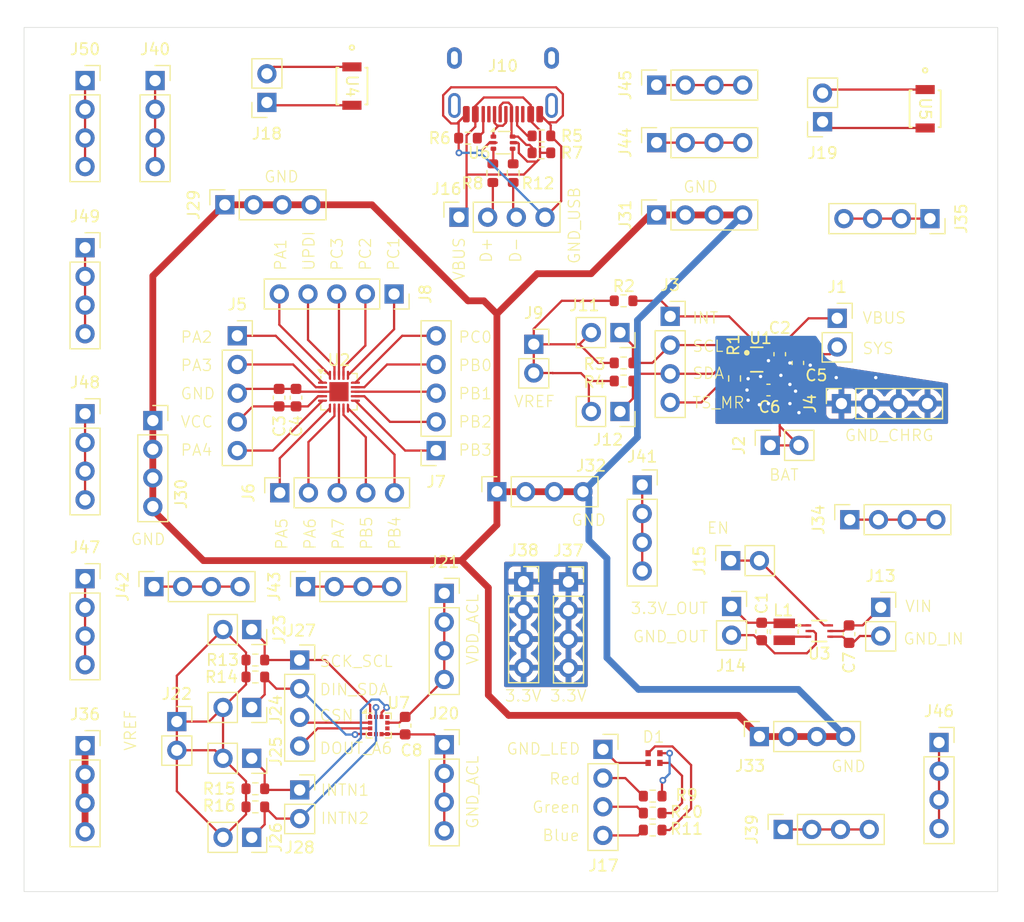
<source format=kicad_pcb>
(kicad_pcb (version 20240108) (generator "pcbnew") (generator_version "8.0")
  (layers (0 "F.Cu" signal) (31 "B.Cu" signal) (34 "B.Paste" user) (35 "F.Paste" user) (36 "B.SilkS" user "B.Silkscreen") (37 "F.SilkS" user "F.Silkscreen") (38 "B.Mask" user) (39 "F.Mask" user) (44 "Edge.Cuts" user))
  (net 0 "")
  (net 1 "VOUT_3V3")
  (net 2 "GND_3V3")
  (net 3 "VCC_MCU")
  (net 4 "GND_MCU")
  (net 5 "VIN_3V3")
  (net 6 "GND_3V3_POWER")
  (net 7 "GND_ACL")
  (net 8 "VDD_ACL")
  (net 9 "GND_CASE_LED")
  (net 10 "Net-(D1-BA)")
  (net 11 "Net-(D1-GA)")
  (net 12 "Net-(D1-RA)")
  (net 13 "PA3")
  (net 14 "PA2")
  (net 15 "PA4")
  (net 16 "PB4")
  (net 17 "PB5")
  (net 18 "PA6")
  (net 19 "PA7")
  (net 20 "PA5")
  (net 21 "PB1")
  (net 22 "PB3")
  (net 23 "PB0")
  (net 24 "PB2")
  (net 25 "PC0")
  (net 26 "PC2")
  (net 27 "PA1")
  (net 28 "PC1")
  (net 29 "PC3")
  (net 30 "UPDI")
  (net 31 "DBUS+")
  (net 32 "DBUS-")
  (net 33 "GND_USB")
  (net 34 "VBUS_USB")
  (net 35 "EN_3V3")
  (net 36 "D+")
  (net 37 "D-")
  (net 38 "SCK_SCL_ACL")
  (net 39 "VREF_ACL")
  (net 40 "DIN_SDA_ACL")
  (net 41 "INTN1_ACL")
  (net 42 "INTN2_ACL")
  (net 43 "CSN")
  (net 44 "DOUT_A6")
  (net 45 "CaseGreen")
  (net 46 "CaseRed")
  (net 47 "CaseBlue")
  (net 48 "Button1B")
  (net 49 "Button1A")
  (net 50 "Button2B")
  (net 51 "GND_LANE")
  (net 52 "3.3V_LANE")
  (net 53 "Button2A")
  (net 54 "Net-(J42-Pin_1)")
  (net 55 "Net-(J46-Pin_1)")
  (net 56 "Net-(J47-Pin_1)")
  (net 57 "Net-(J48-Pin_1)")
  (net 58 "Net-(J49-Pin_1)")
  (net 59 "Net-(J43-Pin_1)")
  (net 62 "Net-(J10-CC2)")
  (net 65 "Net-(J10-CC1)")
  (net 68 "Net-(J34-Pin_1)")
  (net 69 "Net-(J35-Pin_1)")
  (net 70 "Net-(J39-Pin_1)")
  (net 71 "Net-(J40-Pin_1)")
  (net 72 "Net-(J41-Pin_1)")
  (net 73 "Net-(J44-Pin_1)")
  (net 74 "Net-(J45-Pin_1)")
  (net 75 "Net-(U3-SW)")
  (net 76 "Net-(R8-Pad2)")
  (net 80 "Net-(J36-Pin_1)")
  (net 81 "Net-(J50-Pin_1)")
  (net 82 "SYS_CHRG")
  (net 83 "VBUS_CHRG")
  (net 84 "BAT_CHRG")
  (net 85 "GND_CHRG")
  (net 86 "SCL_CHRG")
  (net 87 "INT_CHRG")
  (net 88 "SDA_CHRG")
  (net 89 "TS_MR_CHRG")
  (net 90 "VREF_CHRG")
  (net 91 "Net-(R12-Pad2)")
  (footprint "MicroLightDevBoard:SNT-6A-A-PKG_PG006-A-P-SD-2.1_ABL" (layer "F.Cu") (at 181.7 90.234801)
    (property "Reference" "U3")
    (property "Value" "S-85S1AB33-I6T1U")
  )
  (footprint "Connector_PinSocket_2.54mm:PinSocket_1x04_P2.54mm_Vertical" (layer "F.Cu") (at 176.4 99.575 90)
    (property "Reference" "J33")
    (property "Value" "Conn_01x04_Socket")
  )
  (footprint "Connector_PinSocket_2.54mm:PinSocket_1x04_P2.54mm_Vertical" (layer "F.Cu") (at 184.4 80.375 90)
    (property "Reference" "J34")
    (property "Value" "Conn_01x04_Socket")
  )
  (footprint "Connector_PinSocket_2.54mm:PinSocket_1x02_P2.54mm_Vertical" (layer "F.Cu") (at 131.455 108.5 -90)
    (property "Reference" "J26")
    (property "Value" "Conn_01x02_Socket")
  )
  (footprint "Resistor_SMD:R_0603_1608Metric" (layer "F.Cu") (at 150.6 46.6 180)
    (property "Reference" "R6")
    (property "Value" "5.1k")
  )
  (footprint "Package_TO_SOT_SMD:SOT-666" (layer "F.Cu") (at 153.7 47)
    (property "Reference" "U6")
    (property "Value" "USBLC6-2P6")
  )
  (footprint "Connector_PinSocket_2.54mm:PinSocket_1x02_P2.54mm_Vertical" (layer "F.Cu") (at 177.36 73.8 90)
    (property "Reference" "J2")
    (property "Value" "Conn_01x02_Socket")
  )
  (footprint "Connector_PinSocket_2.54mm:PinSocket_1x04_P2.54mm_Vertical" (layer "F.Cu") (at 122.8 86.3 90)
    (property "Reference" "J42")
    (property "Value" "Conn_01x04_Socket")
  )
  (footprint "Connector_PinSocket_2.54mm:PinSocket_1x04_P2.54mm_Vertical" (layer "F.Cu") (at 149.8 53.6 90)
    (property "Reference" "J16")
    (property "Value" "Conn_01x04_Socket")
  )
  (footprint "Connector_PinSocket_2.54mm:PinSocket_1x04_P2.54mm_Vertical" (layer "F.Cu") (at 116.7 71)
    (property "Reference" "J48")
    (property "Value" "Conn_01x04_Socket")
  )
  (footprint "Capacitor_SMD:C_0603_1608Metric" (layer "F.Cu") (at 133.8775 69.5725 90)
    (property "Reference" "C3")
    (property "Value" "10nF")
  )
  (footprint "Connector_PinSocket_2.54mm:PinSocket_1x05_P2.54mm_Vertical" (layer "F.Cu") (at 130.1775 64.0975)
    (property "Reference" "J5")
    (property "Value" "Conn_01x05_Socket")
  )
  (footprint "Connector_PinSocket_2.54mm:PinSocket_1x04_P2.54mm_Vertical" (layer "F.Cu") (at 167.3 41.9 90)
    (property "Reference" "J45")
    (property "Value" "Conn_01x04_Socket")
  )
  (footprint "Resistor_SMD:R_0603_1608Metric" (layer "F.Cu") (at 131.775 104.2 180)
    (property "Reference" "R15")
    (property "Value" "10k")
  )
  (footprint "Connector_PinSocket_2.54mm:PinSocket_1x05_P2.54mm_Vertical" (layer "F.Cu") (at 144.0575 60.3975 -90)
    (property "Reference" "J8")
    (property "Value" "Conn_01x05_Socket")
  )
  (footprint "Connector_PinSocket_2.54mm:PinSocket_1x04_P2.54mm_Vertical" (layer "F.Cu") (at 148.5 100.3)
    (property "Reference" "J20")
    (property "Value" "Conn_01x04_Socket")
  )
  (footprint "Capacitor_SMD:C_0603_1608Metric" (layer "F.Cu") (at 145.0375 98.61 90)
    (property "Reference" "C8")
    (property "Value" "100nF")
  )
  (footprint "Resistor_SMD:R_0603_1608Metric" (layer "F.Cu") (at 131.775 94.3 180)
    (property "Reference" "R14")
    (property "Value" "10k")
  )
  (footprint "Connector_PinSocket_2.54mm:PinSocket_1x04_P2.54mm_Vertical" (layer "F.Cu") (at 168.5 62.38)
    (property "Reference" "J3")
    (property "Value" "Conn_01x04_Socket")
  )
  (footprint "Connector_PinSocket_2.54mm:PinSocket_1x02_P2.54mm_Vertical" (layer "F.Cu") (at 156.425 64.85)
    (property "Reference" "J9")
    (property "Value" "Conn_01x02_Socket")
  )
  (footprint "Resistor_SMD:R_0603_1608Metric" (layer "F.Cu") (at 152.8 49.7 90)
    (property "Reference" "R8")
    (property "Value" "68")
  )
  (footprint "Connector_PinSocket_2.54mm:PinSocket_1x02_P2.54mm_Vertical" (layer "F.Cu") (at 164.055 63.81 -90)
    (property "Reference" "J11")
    (property "Value" "Conn_01x02_Socket")
  )
  (footprint "MicroLightDevBoard:BQ25180" (layer "F.Cu") (at 176.162001 66.2)
    (property "Reference" "U1")
    (property "Value" "BQ25180")
  )
  (footprint "Connector_PinSocket_2.54mm:PinSocket_1x02_P2.54mm_Vertical" (layer "F.Cu") (at 132.8 43.44 180)
    (property "Reference" "J18")
    (property "Value" "Conn_01x02_Socket")
  )
  (footprint "MicroLightDevBoard:74438343022_L" (layer "F.Cu") (at 178.6 90.3 -90)
    (property "Reference" "L1")
    (property "Value" "74438343022 2.2uH" (hide yes))
  )
  (footprint "MicroLightDevBoard:USB_C_Receptacle_Hroparts_TYPE-C-31-M-12" (layer "F.Cu") (at 153.7 45.205 180)
    (property "Reference" "J10")
    (property "Value" "TYPE-C-31-M-12")
  )
  (footprint "Connector_PinSocket_2.54mm:PinSocket_1x04_P2.54mm_Vertical" (layer "F.Cu") (at 192.3 100.1)
    (property "Reference" "J46")
    (property "Value" "Conn_01x04_Socket")
  )
  (footprint "MicroLightDevBoard:RS-C1415MBAR" (layer "F.Cu") (at 167.07 101.48)
    (property "Reference" "D1")
    (property "Value" "LED_RGBK")
  )
  (footprint "Connector_PinSocket_2.54mm:PinSocket_1x05_P2.54mm_Vertical" (layer "F.Cu") (at 133.9375 77.9975 90)
    (property "Reference" "J6")
    (property "Value" "Conn_01x05_Socket")
  )
  (footprint "MicroLightDevBoard:B3U-1000P" (layer "F.Cu") (at 191.070396 44.000002 -90)
    (property "Reference" "U5")
    (property "Value" "B3U-1000P")
  )
  (footprint "Connector_PinSocket_2.54mm:PinSocket_1x02_P2.54mm_Vertical" (layer "F.Cu") (at 135.7 104.3)
    (property "Reference" "J28")
    (property "Value" "Conn_01x02_Socket")
  )
  (footprint "Resistor_SMD:R_0603_1608Metric" (layer "F.Cu") (at 157.1 47.9)
    (property "Reference" "R7")
    (property "Value" "2.2k")
  )
  (footprint "Connector_PinSocket_2.54mm:PinSocket_1x04_P2.54mm_Vertical" (layer "F.Cu") (at 167.3 53.4 90)
    (property "Reference" "J31")
    (property "Value" "Conn_01x04_Socket")
  )
  (footprint "Capacitor_SMD:C_0603_1608Metric" (layer "F.Cu") (at 176.6 90.275 -90)
    (property "Reference" "C1")
    (property "Value" "10uF")
  )
  (footprint "Connector_PinSocket_2.54mm:PinSocket_1x05_P2.54mm_Vertical" (layer "F.Cu") (at 147.7775 74.2575 180)
    (property "Reference" "J7")
    (property "Value" "Conn_01x05_Socket")
  )
  (footprint "Connector_PinSocket_2.54mm:PinSocket_1x04_P2.54mm_Vertical" (layer "F.Cu") (at 155.5277 85.86)
    (property "Reference" "J38")
    (property "Value" "Conn_01x04_Socket")
  )
  (footprint "Connector_PinSocket_2.54mm:PinSocket_1x04_P2.54mm_Vertical" (layer "F.Cu") (at 135.7 92.8)
    (property "Reference" "J27")
    (property "Value" "Conn_01x04_Socket")
  )
  (footprint "Resistor_SMD:R_0603_1608Metric" (layer "F.Cu") (at 166.95 106.35 180)
    (property "Reference" "R10")
    (property "Value" "30")
  )
  (footprint "Connector_PinSocket_2.54mm:PinSocket_1x02_P2.54mm_Vertical" (layer "F.Cu") (at 183.285 62.55)
    (property "Reference" "J1")
    (property "Value" "Conn_01x02_Socket")
  )
  (footprint "Connector_PinSocket_2.54mm:PinSocket_1x02_P2.54mm_Vertical" (layer "F.Cu") (at 187.1348 88.1348)
    (property "Reference" "J13")
    (property "Value" "Conn_01x02_Socket")
  )
  (footprint "Connector_PinSocket_2.54mm:PinSocket_1x04_P2.54mm_Vertical" (layer "F.Cu") (at 191.5 53.725 -90)
    (property "Reference" "J35")
    (property "Value" "Conn_01x04_Socket")
  )
  (footprint "Connector_PinSocket_2.54mm:PinSocket_1x02_P2.54mm_Vertical" (layer "F.Cu") (at 173.9348 88.0598)
    (property "Reference" "J14")
    (property "Value" "Conn_01x02_Socket")
  )
  (footprint "Connector_PinSocket_2.54mm:PinSocket_1x02_P2.54mm_Vertical" (layer "F.Cu") (at 131.455 101.5 -90)
    (property "Reference" "J25")
    (property "Value" "Conn_01x02_Socket")
  )
  (footprint "Connector_PinSocket_2.54mm:PinSocket_1x04_P2.54mm_Vertical" (layer "F.Cu") (at 153.16 77.9 90)
    (property "Reference" "J32")
    (property "Value" "Conn_01x04_Socket")
  )
  (footprint "Connector_PinSocket_2.54mm:PinSocket_1x04_P2.54mm_Vertical" (layer "F.Cu") (at 116.7 100.38)
    (property "Reference" "J36")
    (property "Value" "Conn_01x04_Socket")
  )
  (footprint "Connector_PinSocket_2.54mm:PinSocket_1x04_P2.54mm_Vertical" (layer "F.Cu") (at 166.025 77.3)
    (property "Reference" "J41")
    (property "Value" "Conn_01x04_Socket")
  )
  (footprint "Package_LGA:LGA-12_2x2mm_P0.5mm" (layer "F.Cu") (at 142.7 98.6)
    (property "Reference" "U7")
    (property "Value" "MC3479")
  )
  (footprint "Connector_PinSocket_2.54mm:PinSocket_1x04_P2.54mm_Vertical" (layer "F.Cu") (at 129.08 52.5 90)
    (property "Reference" "J29")
    (property "Value" "Conn_01x04_Socket")
  )
  (footprint "Resistor_SMD:R_0603_1608Metric" (layer "F.Cu") (at 131.775 105.8 180)
    (property "Reference" "R16")
    (property "Value" "10k")
  )
  (footprint "Capacitor_SMD:C_0603_1608Metric" (layer "F.Cu") (at 179.8 66.5 90)
    (property "Reference" "C5")
    (property "Value" "10uF")
  )
  (footprint "Connector_PinSocket_2.54mm:PinSocket_1x02_P2.54mm_Vertical" (layer "F.Cu") (at 173.86 84 90)
    (property "Reference" "J15")
    (property "Value" "Conn_01x02_Socket")
  )
  (footprint "Connector_PinSocket_2.54mm:PinSocket_1x04_P2.54mm_Vertical" (layer "F.Cu") (at 122.7 71.6)
    (property "Reference" "J30")
    (property "Value" "Conn_01x04_Socket")
  )
  (footprint "MicroLightDevBoard:B3U-1000P" (layer "F.Cu") (at 140.325 41.99 -90)
    (property "Reference" "U4")
    (property "Value" "B3U-1000P")
  )
  (footprint "Resistor_SMD:R_0603_1608Metric" (layer "F.Cu") (at 154.6 49.7 90)
    (property "Reference" "R12")
    (property "Value" "68")
  )
  (footprint "Resistor_SMD:R_0603_1608Metric" (layer "F.Cu") (at 166.95 107.85 180)
    (property "Reference" "R11")
    (property "Value" "30")
  )
  (footprint "Connector_PinSocket_2.54mm:PinSocket_1x02_P2.54mm_Vertical" (layer "F.Cu") (at 131.455 90.1 -90)
    (property "Reference" "J23")
    (property "Value" "Conn_01x02_Socket")
  )
  (footprint "Resistor_SMD:R_0603_1608Metric" (layer "F.Cu") (at 164.375 68.1 180)
    (property "Reference" "R4")
    (property "Value" "10k")
  )
  (footprint "Connector_PinSocket_2.54mm:PinSocket_1x04_P2.54mm_Vertical" (layer "F.Cu") (at 159.4973 85.885)
    (property "Reference" "J37")
    (property "Value" "Conn_01x04_Socket")
  )
  (footprint "Connector_PinSocket_2.54mm:PinSocket_1x04_P2.54mm_Vertical" (layer "F.Cu") (at 178.5 107.8 90)
    (property "Reference" "J39")
    (property "Value" "Conn_01x04_Socket")
  )
  (footprint "Capacitor_SMD:C_0603_1608Metric" (layer "F.Cu") (at 178.2 65.725 90)
    (property "Reference" "C2")
    (property "Value" "1uF 25v")
  )
  (footprint "Connector_PinSocket_2.54mm:PinSocket_1x02_P2.54mm_Vertical" (layer "F.Cu") (at 181.989996 45.150004 180)
    (property "Reference" "J19")
    (property "Value" "Conn_01x02_Socket")
  )
  (footprint "Connector_PinSocket_2.54mm:PinSocket_1x02_P2.54mm_Vertical" (layer "F.Cu") (at 131.455 97 -90)
    (property "Reference" "J24")
    (property "Value" "Conn_01x02_Socket")
  )
  (footprint "Resistor_SMD:R_0603_1608Metric" (layer "F.Cu") (at 131.775 92.8 180)
    (property "Reference" "R13")
    (property "Value" "10k")
  )
  (footprint "Connector_PinSocket_2.54mm:PinSocket_1x04_P2.54mm_Vertical" (layer "F.Cu") (at 116.7 41.5)
    (property "Reference" "J50")
    (property "Value" "Conn_01x04_Socket")
  )
  (footprint "Connector_PinSocket_2.54mm:PinSocket_1x04_P2.54mm_Vertical" (layer "F.Cu") (at 162.55 100.71)
    (property "Reference" "J17")
    (property "Value" "Conn_01x04_Socket")
  )
  (footprint "Connector_PinSocket_2.54mm:PinSocket_1x04_P2.54mm_Vertical" (layer "F.Cu") (at 183.66 70.1 90)
    (property "Reference" "J4")
    (property "Value" "Conn_01x04_Socket")
  )
  (footprint "Connector_PinSocket_2.54mm:PinSocket_1x04_P2.54mm_Vertical" (layer "F.Cu") (at 116.7 85.6)
    (property "Reference" "J47")
    (property "Value" "Conn_01x04_Socket")
  )
  (footprint "Capacitor_SMD:C_0603_1608Metric" (layer "F.Cu") (at 135.3775 69.5725 90)
    (property "Reference" "C4")
    (property "Value" "100nF")
  )
  (footprint "Connector_PinSocket_2.54mm:PinSocket_1x04_P2.54mm_Vertical" (layer "F.Cu") (at 116.7 56.3)
    (property "Reference" "J49")
    (property "Value" "Conn_01x04_Socket")
  )
  (footprint "Resistor_SMD:R_0603_1608Metric" (layer "F.Cu") (at 164.375 61 180)
    (property "Reference" "R2")
    (property "Value" "10k")
  )
  (footprint "Connector_PinSocket_2.54mm:PinSocket_1x04_P2.54mm_Vertical" (layer "F.Cu") (at 122.9 41.5)
    (property "Reference" "J40")
    (property "Value" "Conn_01x04_Socket")
  )
  (footprint "Capacitor_SMD:C_0603_1608Metric" (layer "F.Cu") (at 184.3348 90.5098 -90)
    (property "Reference" "C7")
    (property "Value" "10uF")
  )
  (footprint "Connector_PinSocket_2.54mm:PinSocket_1x04_P2.54mm_Vertical" (layer "F.Cu") (at 136.22 86.3 90)
    (property "Reference" "J43")
    (property "Value" "Conn_01x04_Socket")
  )
  (footprint "Connector_PinSocket_2.54mm:PinSocket_1x02_P2.54mm_Vertical" (layer "F.Cu") (at 164.055 70.8 -90)
    (property "Reference" "J12")
    (property "Value" "Conn_01x02_Socket")
  )
  (footprint "Resistor_SMD:R_0603_1608Metric" (layer "F.Cu") (at 164.375 66.5 180)
    (property "Reference" "R3")
    (property "Value" "10k")
  )
  (footprint "Connector_PinSocket_2.54mm:PinSocket_1x04_P2.54mm_Vertical" (layer "F.Cu") (at 167.3 47 90)
    (property "Reference" "J44")
    (property "Value" "Conn_01x04_Socket")
  )
  (footprint "Resistor_SMD:R_0603_1608Metric" (layer "F.Cu") (at 166.95 104.85 180)
    (property "Reference" "R9")
    (property "Value" "51")
  )
  (footprint "Capacitor_SMD:C_0603_1608Metric" (layer "F.Cu") (at 177.2 68.9)
    (property "Reference" "C6")
    (property "Value" "1uF 25v")
  )
  (footprint "Resistor_SMD:R_0603_1608Metric" (layer "F.Cu") (at 157.1 46.4)
    (property "Reference" "R5")
    (property "Value" "5.1k")
  )
  (footprint "Package_DFN_QFN:VQFN-20-1EP_3x3mm_P0.4mm_EP1.7x1.7mm" (layer "F.Cu") (at 139.1775 69.0475)
    (property "Reference" "U2")
    (property "Value" "ATtiny3226-M")
  )
  (footprint "Resistor_SMD:R_0603_1608Metric" (layer "F.Cu") (at 174.2 67.875 -90)
    (property "Reference" "R1")
    (property "Value" "10k")
  )
  (footprint "Connector_PinSocket_2.54mm:PinSocket_1x02_P2.54mm_Vertical" (layer "F.Cu") (at 124.825 98.25)
    (property "Reference" "J22")
    (property "Value" "Conn_01x02_Socket")
  )
  (footprint "Connector_PinSocket_2.54mm:PinSocket_1x04_P2.54mm_Vertical" (layer "F.Cu") (at 148.5 86.9)
    (property "Reference" "J21")
    (property "Value" "Conn_01x04_Socket")
  )
  (gr_rect (start 111.3 36.8) (end 197.5 113.3) (stroke (width 0.05)) (fill none) (layer "Edge.Cuts"))
  (gr_text "UPDI" (at 137.1 58.4 90) (layer "F.SilkS") (effects (font (size 1 1) (thickness 0.1)) (justify left bottom)))
  (gr_text "VIN" (at 189.2375 88.6348 0) (layer "F.SilkS") (effects (font (size 1 1) (thickness 0.1)) (justify left bottom)))
  (gr_text "D-" (at 155.4 57.7 90) (layer "F.SilkS") (effects (font (size 1 1) (thickness 0.1)) (justify left bottom)))
  (gr_text "EN" (at 171.7 81.7 0) (layer "F.SilkS") (effects (font (size 1 1) (thickness 0.1)) (justify left bottom)))
  (gr_text "DIN_SDA" (at 137.4 96 0) (layer "F.SilkS") (effects (font (size 1 1) (thickness 0.1)) (justify left bottom)))
  (gr_text "D+" (at 152.8 57.7 90) (layer "F.SilkS") (effects (font (size 1 1) (thickness 0.1)) (justify left bottom)))
  (gr_text "Blue" (at 157.125 108.91 0) (layer "F.SilkS") (effects (font (size 1 1) (thickness 0.1)) (justify left bottom)))
  (gr_text "SYS" (at 185.46 65.800002 0) (layer "F.SilkS") (effects (font (size 1 1) (thickness 0.1)) (justify left bottom)))
  (gr_text "GND_CHRG" (at 183.9 73.5 0) (layer "F.SilkS") (effects (font (size 1 1) (thickness 0.1)) (justify left bottom)))
  (gr_text "PB4" (at 144.7 83.1 90) (layer "F.SilkS") (effects (font (size 1 1) (thickness 0.1)) (justify left bottom)))
  (gr_text "GND" (at 159.7 81 0) (layer "F.SilkS") (effects (font (size 1 1) (thickness 0.1)) (justify left bottom)))
  (gr_text "INTN1" (at 137.5 104.9 0) (layer "F.SilkS") (effects (font (size 1 1) (thickness 0.1)) (justify left bottom)))
  (gr_text "SDA" (at 170.4 68 0) (layer "F.SilkS") (effects (font (size 1 1) (thickness 0.1)) (justify left bottom)))
  (gr_text "CSN" (at 137.4 98.3 0) (layer "F.SilkS") (effects (font (size 1 1) (thickness 0.1)) (justify left bottom)))
  (gr_text "GND" (at 182.7 102.8 0) (layer "F.SilkS") (effects (font (size 1 1) (thickness 0.1)) (justify left bottom)))
  (gr_text "BAT" (at 177.2 77 0) (layer "F.SilkS") (effects (font (size 1 1) (thickness 0.1)) (justify left bottom)))
  (gr_text "Red" (at 157.725 103.91 0) (layer "F.SilkS") (effects (font (size 1 1) (thickness 0.1)) (justify left bottom)))
  (gr_text "PA5" (at 134.7 83.1 90) (layer "F.SilkS") (effects (font (size 1 1) (thickness 0.1)) (justify left bottom)))
  (gr_text "SCL" (at 170.4 65.6 0) (layer "F.SilkS") (effects (font (size 1 1) (thickness 0.1)) (justify left bottom)))
  (gr_text "GND_LED" (at 153.95 101.25 0) (layer "F.SilkS") (effects (font (size 1 1) (thickness 0.1)) (justify left bottom)))
  (gr_text "DOUT_A6" (at 137.4 101.2 0) (layer "F.SilkS") (effects (font (size 1 1) (thickness 0.1)) (justify left bottom)))
  (gr_text "PA4" (at 125.1 74.8 0) (layer "F.SilkS") (effects (font (size 1 1) (thickness 0.1)) (justify left bottom)))
  (gr_text "INTN2" (at 137.5 107.4 0) (layer "F.SilkS") (effects (font (size 1 1) (thickness 0.1)) (justify left bottom)))
  (gr_text "PB2" (at 149.7 72.3 0) (layer "F.SilkS") (effects (font (size 1 1) (thickness 0.1)) (justify left bottom)))
  (gr_text "PB3" (at 149.7 74.8 0) (layer "F.SilkS") (effects (font (size 1 1) (thickness 0.1)) (justify left bottom)))
  (gr_text "PC0" (at 149.7 64.8 0) (layer "F.SilkS") (effects (font (size 1 1) (thickness 0.1)) (justify left bottom)))
  (gr_text "VREF" (at 154.6 70.5 0) (layer "F.SilkS") (effects (font (size 1 1) (thickness 0.1)) (justify left bottom)))
  (gr_text "PC3" (at 139.6 58.4 90) (layer "F.SilkS") (effects (font (size 1 1) (thickness 0.1)) (justify left bottom)))
  (gr_text "PB5" (at 142.2 83.1 90) (layer "F.SilkS") (effects (font (size 1 1) (thickness 0.1)) (justify left bottom)))
  (gr_text "GND" (at 120.7 82.7 0) (layer "F.SilkS") (effects (font (size 1 1) (thickness 0.1)) (justify left bottom)))
  (gr_text "GND_OUT" (at 165.1348 91.3098 0) (layer "F.SilkS") (effects (font (size 1 1) (thickness 0.1)) (justify left bottom)))
  (gr_text "GND_ACL" (at 151.6 107.8 90) (layer "F.SilkS") (effects (font (size 1 1) (thickness 0.1)) (justify left bottom)))
  (gr_text "GND" (at 132.5 50.6 0) (layer "F.SilkS") (effects (font (size 1 1) (thickness 0.1)) (justify left bottom)))
  (gr_text "GND" (at 169.6 51.5 0) (layer "F.SilkS") (effects (font (size 1 1) (thickness 0.1)) (justify left bottom)))
  (gr_text "VBUS" (at 150.4 59.3 90) (layer "F.SilkS") (effects (font (size 1 1) (thickness 0.1)) (justify left bottom)))
  (gr_text "PA2" (at 125.1 64.8 0) (layer "F.SilkS") (effects (font (size 1 1) (thickness 0.1)) (justify left bottom)))
  (gr_text "PA7" (at 139.7 83.1 90) (layer "F.SilkS") (effects (font (size 1 1) (thickness 0.1)) (justify left bottom)))
  (gr_text "SCK_SCL" (at 137.4 93.5 0) (layer "F.SilkS") (effects (font (size 1 1) (thickness 0.1)) (justify left bottom)))
  (gr_text "PA1" (at 134.6 58.4 90) (layer "F.SilkS") (effects (font (size 1 1) (thickness 0.1)) (justify left bottom)))
  (gr_text "GND" (at 125.1 69.8 0) (layer "F.SilkS") (effects (font (size 1 1) (thickness 0.1)) (justify left bottom)))
  (gr_text "VCC" (at 125.1 72.3 0) (layer "F.SilkS") (effects (font (size 1 1) (thickness 0.1)) (justify left bottom)))
  (gr_text "INT" (at 170.4 63.1 0) (layer "F.SilkS") (effects (font (size 1 1) (thickness 0.1)) (justify left bottom)))
  (gr_text "PA6" (at 137.2 83.1 90) (layer "F.SilkS") (effects (font (size 1 1) (thickness 0.1)) (justify left bottom)))
  (gr_text "PC2" (at 142.1 58.4 90) (layer "F.SilkS") (effects (font (size 1 1) (thickness 0.1)) (justify left bottom)))
  (gr_text "PC1" (at 144.6 58.4 90) (layer "F.SilkS") (effects (font (size 1 1) (thickness 0.1)) (justify left bottom)))
  (gr_text "3.3V" (at 153.8 96.56 0) (layer "F.SilkS") (effects (font (size 1 1) (thickness 0.1)) (justify left bottom)))
  (gr_text "PB0" (at 149.7 67.3 0) (layer "F.SilkS") (effects (font (size 1 1) (thickness 0.1)) (justify left bottom)))
  (gr_text "3.3V_OUT" (at 164.9348 88.8098 0) (layer "F.SilkS") (effects (font (size 1 1) (thickness 0.1)) (justify left bottom)))
  (gr_text "GND_USB" (at 160.6 57.8 90) (layer "F.SilkS") (effects (font (size 1 1) (thickness 0.1)) (justify left bottom)))
  (gr_text "GND_IN" (at 189.0848 91.5098 0) (layer "F.SilkS") (effects (font (size 1 1) (thickness 0.1)) (justify left bottom)))
  (gr_text "TS_MR" (at 170.4 70.6 0) (layer "F.SilkS") (effects (font (size 1 1) (thickness 0.1)) (justify left bottom)))
  (gr_text "PA3" (at 125.1 67.3 0) (layer "F.SilkS") (effects (font (size 1 1) (thickness 0.1)) (justify left bottom)))
  (gr_text "PB1" (at 149.7 69.8 0) (layer "F.SilkS") (effects (font (size 1 1) (thickness 0.1)) (justify left bottom)))
  (gr_text "VDD_ACL" (at 151.6 93.3 90) (layer "F.SilkS") (effects (font (size 1 1) (thickness 0.1)) (justify left bottom)))
  (gr_text "VBUS" (at 185.46 63.100002 0) (layer "F.SilkS") (effects (font (size 1 1) (thickness 0.1)) (justify left bottom)))
  (gr_text "Green" (at 156.225 106.41 0) (layer "F.SilkS") (effects (font (size 1 1) (thickness 0.1)) (justify left bottom)))
  (gr_text "VREF" (at 121.3 100.9 90) (layer "F.SilkS") (effects (font (size 1 1) (thickness 0.1)) (justify left bottom)))
  (gr_text "3.3V" (at 157.8 96.56 0) (layer "F.SilkS") (effects (font (size 1 1) (thickness 0.1)) (justify left bottom)))
  (segment (start 178 89.5) (end 176.6 89.5) (width 0.2) (layer "F.Cu") (net 1))
  (segment (start 178.05 89.55) (end 178 89.5) (width 0.2) (layer "F.Cu") (net 1))
  (segment (start 180.7348 89.734802) (end 178.784802 89.734802) (width 0.2) (layer "F.Cu") (net 1))
  (segment (start 178.6 89.55) (end 178.05 89.55) (width 0.2) (layer "F.Cu") (net 1))
  (segment (start 178.784802 89.734802) (end 178.6 89.55) (width 0.2) (layer "F.Cu") (net 1))
  (segment (start 176.6 89.5) (end 175.375 89.5) (width 0.2) (layer "F.Cu") (net 1))
  (segment (start 175.375 89.5) (end 173.9348 88.0598) (width 0.2) (layer "F.Cu") (net 1))
  (segment (start 175.8998 90.5998) (end 173.9348 90.5998) (width 0.2) (layer "F.Cu") (net 2))
  (segment (start 180.6 92.2) (end 177.75 92.2) (width 0.2) (layer "F.Cu") (net 2))
  (segment (start 177.75 92.2) (end 176.6 91.05) (width 0.2) (layer "F.Cu") (net 2))
  (segment (start 181.1888 90.234801) (end 181.4 90.446001) (width 0.2) (layer "F.Cu") (net 2))
  (segment (start 181.4 90.446001) (end 181.4 91.4) (width 0.2) (layer "F.Cu") (net 2))
  (segment (start 176.6 91.05) (end 176.35 91.05) (width 0.2) (layer "F.Cu") (net 2))
  (segment (start 176.35 91.05) (end 175.8998 90.5998) (width 0.2) (layer "F.Cu") (net 2))
  (segment (start 181.4 91.4) (end 180.6 92.2) (width 0.2) (layer "F.Cu") (net 2))
  (segment (start 180.7348 90.234801) (end 181.1888 90.234801) (width 0.2) (layer "F.Cu") (net 2))
  (segment (start 135.3775 70.3475) (end 133.8775 70.3475) (width 0.2) (layer "F.Cu") (net 3))
  (segment (start 133.8775 70.3475) (end 131.5475 70.3475) (width 0.2) (layer "F.Cu") (net 3))
  (segment (start 137.3275 69.4475) (end 136.4275 70.3475) (width 0.2) (layer "F.Cu") (net 3))
  (segment (start 131.5475 70.3475) (end 130.1775 71.7175) (width 0.2) (layer "F.Cu") (net 3))
  (segment (start 137.7275 69.4475) (end 137.3275 69.4475) (width 0.2) (layer "F.Cu") (net 3))
  (segment (start 136.4275 70.3475) (end 135.3775 70.3475) (width 0.2) (layer "F.Cu") (net 3))
  (segment (start 137.7275 69.0475) (end 139.1775 69.0475) (width 0.2) (layer "F.Cu") (net 4))
  (segment (start 135.6275 69.0475) (end 135.3775 68.7975) (width 0.2) (layer "F.Cu") (net 4))
  (segment (start 137.7275 69.0475) (end 135.6275 69.0475) (width 0.2) (layer "F.Cu") (net 4))
  (segment (start 130.5575 68.7975) (end 130.1775 69.1775) (width 0.2) (layer "F.Cu") (net 4))
  (segment (start 133.8775 68.7975) (end 130.5575 68.7975) (width 0.2) (layer "F.Cu") (net 4))
  (segment (start 135.3775 68.7975) (end 133.8775 68.7975) (width 0.2) (layer "F.Cu") (net 4))
  (segment (start 185.5348 89.7348) (end 187.1348 88.1348) (width 0.2) (layer "F.Cu") (net 5))
  (segment (start 183.834799 90.234801) (end 184.3348 89.7348) (width 0.2) (layer "F.Cu") (net 5))
  (segment (start 182.6652 90.234801) (end 183.834799 90.234801) (width 0.2) (layer "F.Cu") (net 5))
  (segment (start 184.3348 89.7348) (end 185.5348 89.7348) (width 0.2) (layer "F.Cu") (net 5))
  (segment (start 185.2948 90.6748) (end 187.1348 90.6748) (width 0.2) (layer "F.Cu") (net 6))
  (segment (start 182.6652 90.7348) (end 183.7848 90.7348) (width 0.2) (layer "F.Cu") (net 6))
  (segment (start 183.7848 90.7348) (end 184.3348 91.2848) (width 0.2) (layer "F.Cu") (net 6))
  (segment (start 184.3348 91.2848) (end 184.6848 91.2848) (width 0.2) (layer "F.Cu") (net 6))
  (segment (start 184.6848 91.2848) (end 185.2948 90.6748) (width 0.2) (layer "F.Cu") (net 6))
  (segment (start 142.95 99.3625) (end 143.45 99.3625) (width 0.2) (layer "F.Cu") (net 7))
  (segment (start 147.585 99.385) (end 148.5 100.3) (width 0.2) (layer "F.Cu") (net 7))
  (segment (start 143.45 99.3625) (end 143.4625 99.35) (width 0.2) (layer "F.Cu") (net 7))
  (segment (start 145.0375 99.385) (end 147.585 99.385) (width 0.2) (layer "F.Cu") (net 7))
  (segment (start 148.5 100.3) (end 148.5 107.92) (width 0.2) (layer "F.Cu") (net 7))
  (segment (start 145.0025 99.35) (end 145.0375 99.385) (width 0.2) (layer "F.Cu") (net 7))
  (segment (start 143.4625 99.35) (end 145.0025 99.35) (width 0.2) (layer "F.Cu") (net 7))
  (segment (start 148.5 94.52) (end 148.5 86.9) (width 0.2) (layer "F.Cu") (net 8))
  (segment (start 145.0375 97.835) (end 145.185 97.835) (width 0.2) (layer "F.Cu") (net 8))
  (segment (start 144.5225 98.35) (end 145.0375 97.835) (width 0.2) (layer "F.Cu") (net 8))
  (segment (start 143.4625 98.35) (end 144.5225 98.35) (width 0.2) (layer "F.Cu") (net 8))
  (segment (start 145.185 97.835) (end 148.5 94.52) (width 0.2) (layer "F.Cu") (net 8))
  (segment (start 166.55 101.91) (end 163.75 101.91) (width 0.2) (layer "F.Cu") (net 9))
  (segment (start 163.75 101.91) (end 162.55 100.71) (width 0.2) (layer "F.Cu") (net 9))
  (segment (start 170.35 102.101471) (end 170.35 105.95) (width 0.2) (layer "F.Cu") (net 10))
  (segment (start 168.45 107.85) (end 167.775 107.85) (width 0.2) (layer "F.Cu") (net 10))
  (segment (start 170.35 105.95) (end 168.45 107.85) (width 0.2) (layer "F.Cu") (net 10))
  (segment (start 168.698529 100.45) (end 170.35 102.101471) (width 0.2) (layer "F.Cu") (net 10))
  (segment (start 167.15 100.45) (end 168.698529 100.45) (width 0.2) (layer "F.Cu") (net 10))
  (segment (start 166.55 101.05) (end 167.15 100.45) (width 0.2) (layer "F.Cu") (net 10))
  (segment (start 169.55 105.45) (end 168.65 106.35) (width 0.2) (layer "F.Cu") (net 11))
  (segment (start 168.65 106.35) (end 167.775 106.35) (width 0.2) (layer "F.Cu") (net 11))
  (segment (start 167.59 101.91) (end 168.41 101.91) (width 0.2) (layer "F.Cu") (net 11))
  (segment (start 168.41 101.91) (end 169.55 103.05) (width 0.2) (layer "F.Cu") (net 11))
  (segment (start 169.55 103.05) (end 169.55 105.45) (width 0.2) (layer "F.Cu") (net 11))
  (segment (start 167.775 104.85) (end 167.775 103.525) (width 0.2) (layer "F.Cu") (net 12))
  (segment (start 167.59 101.05) (end 168.45 101.05) (width 0.2) (layer "F.Cu") (net 12))
  (segment (start 167.775 103.525) (end 167.85 103.45) (width 0.2) (layer "F.Cu") (net 12))
  (via (at 167.85 103.45) (size 0.6) (drill 0.3) (layers "F.Cu" "B.Cu") (net 12))
  (via (at 168.45 101.05) (size 0.6) (drill 0.3) (layers "F.Cu" "B.Cu") (net 12))
  (segment (start 168.45 101.05) (end 168.45 102.85) (width 0.2) (layer "B.Cu") (net 12))
  (segment (start 168.45 102.85) (end 167.85 103.45) (width 0.2) (layer "B.Cu") (net 12))
  (segment (start 137.7275 68.6475) (end 137.1275 68.6475) (width 0.2) (layer "F.Cu") (net 13))
  (segment (start 137.1275 68.6475) (end 135.1175 66.6375) (width 0.2) (layer "F.Cu") (net 13))
  (segment (start 135.1175 66.6375) (end 130.1775 66.6375) (width 0.2) (layer "F.Cu") (net 13))
  (segment (start 133.5775 64.0975) (end 130.1775 64.0975) (width 0.2) (layer "F.Cu") (net 14))
  (segment (start 137.7275 68.2475) (end 133.5775 64.0975) (width 0.2) (layer "F.Cu") (net 14))
  (segment (start 137.7275 69.8475) (end 133.3175 74.2575) (width 0.2) (layer "F.Cu") (net 15))
  (segment (start 133.3175 74.2575) (end 130.1775 74.2575) (width 0.2) (layer "F.Cu") (net 15))
  (segment (start 144.0975 74.6175) (end 144.0975 77.9975) (width 0.2) (layer "F.Cu") (net 16))
  (segment (start 139.9775 70.4975) (end 144.0975 74.6175) (width 0.2) (layer "F.Cu") (net 16))
  (segment (start 139.5775 70.4975) (end 139.5775 71.0975) (width 0.2) (layer "F.Cu") (net 17))
  (segment (start 139.5775 71.0975) (end 141.5575 73.0775) (width 0.2) (layer "F.Cu") (net 17))
  (segment (start 141.5575 73.0775) (end 141.5575 77.9975) (width 0.2) (layer "F.Cu") (net 17))
  (segment (start 136.4775 73.4975) (end 136.4775 77.9975) (width 0.2) (layer "F.Cu") (net 18))
  (segment (start 138.7775 70.4975) (end 138.7775 71.1975) (width 0.2) (layer "F.Cu") (net 18))
  (segment (start 138.7775 71.1975) (end 136.4775 73.4975) (width 0.2) (layer "F.Cu") (net 18))
  (segment (start 139.1775 77.8375) (end 139.0175 77.9975) (width 0.2) (layer "F.Cu") (net 19))
  (segment (start 139.1775 70.4975) (end 139.1775 77.8375) (width 0.2) (layer "F.Cu") (net 19))
  (segment (start 133.9375 74.9375) (end 133.9375 77.9975) (width 0.2) (layer "F.Cu") (net 20))
  (segment (start 138.3775 70.4975) (end 133.9375 74.9375) (width 0.2) (layer "F.Cu") (net 20))
  (segment (start 147.6475 69.0475) (end 147.7775 69.1775) (width 0.2) (layer "F.Cu") (net 21))
  (segment (start 140.6275 69.0475) (end 147.6475 69.0475) (width 0.2) (layer "F.Cu") (net 21))
  (segment (start 140.6275 69.8475) (end 145.0375 74.2575) (width 0.2) (layer "F.Cu") (net 22))
  (segment (start 145.0375 74.2575) (end 147.7775 74.2575) (width 0.2) (layer "F.Cu") (net 22))
  (segment (start 143.4375 66.6375) (end 147.7775 66.6375) (width 0.2) (layer "F.Cu") (net 23))
  (segment (start 141.4275 68.6475) (end 143.4375 66.6375) (width 0.2) (layer "F.Cu") (net 23))
  (segment (start 140.6275 68.6475) (end 141.4275 68.6475) (width 0.2) (layer "F.Cu") (net 23))
  (segment (start 140.6275 69.4475) (end 141.4275 69.4475) (width 0.2) (layer "F.Cu") (net 24))
  (segment (start 143.6975 71.7175) (end 147.7775 71.7175) (width 0.2) (layer "F.Cu") (net 24))
  (segment (start 141.4275 69.4475) (end 143.6975 71.7175) (width 0.2) (layer "F.Cu") (net 24))
  (segment (start 140.6275 68.2475) (end 144.7775 64.0975) (width 0.2) (layer "F.Cu") (net 25))
  (segment (start 144.7775 64.0975) (end 147.7775 64.0975) (width 0.2) (layer "F.Cu") (net 25))
  (segment (start 139.5775 66.8975) (end 141.5175 64.9575) (width 0.2) (layer "F.Cu") (net 26))
  (segment (start 139.5775 67.5975) (end 139.5775 66.8975) (width 0.2) (layer "F.Cu") (net 26))
  (segment (start 141.5175 64.9575) (end 141.5175 60.3975) (width 0.2) (layer "F.Cu") (net 26))
  (segment (start 138.3775 67.5975) (end 133.8975 63.1175) (width 0.2) (layer "F.Cu") (net 27))
  (segment (start 133.8975 63.1175) (end 133.8975 60.3975) (width 0.2) (layer "F.Cu") (net 27))
  (segment (start 139.9775 67.5975) (end 144.0575 63.5175) (width 0.2) (layer "F.Cu") (net 28))
  (segment (start 144.0575 63.5175) (end 144.0575 60.3975) (width 0.2) (layer "F.Cu") (net 28))
  (segment (start 139.1775 60.5975) (end 138.9775 60.3975) (width 0.2) (layer "F.Cu") (net 29))
  (segment (start 139.1775 67.5975) (end 139.1775 60.5975) (width 0.2) (layer "F.Cu") (net 29))
  (segment (start 138.7775 66.7975) (end 136.4375 64.4575) (width 0.2) (layer "F.Cu") (net 30))
  (segment (start 138.7775 67.5975) (end 138.7775 66.7975) (width 0.2) (layer "F.Cu") (net 30))
  (segment (start 136.4375 64.4575) (end 136.4375 60.3975) (width 0.2) (layer "F.Cu") (net 30))
  (segment (start 152.95 45.25) (end 152.95 44.48) (width 0.2) (layer "F.Cu") (net 31))
  (segment (start 153.205 45.505) (end 152.95 45.25) (width 0.2) (layer "F.Cu") (net 31))
  (segment (start 153.3 45.505) (end 153.205 45.505) (width 0.2) (layer "F.Cu") (net 31))
  (segment (start 153.68241 45.505) (end 153.3 45.505) (width 0.2) (layer "F.Cu") (net 31))
  (segment (start 153.954 45.23341) (end 153.68241 45.505) (width 0.2) (layer "F.Cu") (net 31))
  (segment (start 153.954 44.48) (end 153.954 45.23341) (width 0.2) (layer "F.Cu") (net 31))
  (segment (start 152.85 45.955) (end 152.85 46.4625) (width 0.2) (layer "F.Cu") (net 31))
  (segment (start 153.3 45.505) (end 152.85 45.955) (width 0.2) (layer "F.Cu") (net 31))
  (segment (start 156.05 47.2) (end 155.765686 47.2) (width 0.2) (layer "F.Cu") (net 32))
  (segment (start 154.18641 43.455) (end 153.72159 43.455) (width 0.2) (layer "F.Cu") (net 32))
  (segment (start 154.45 43.71859) (end 154.18641 43.455) (width 0.2) (layer "F.Cu") (net 32))
  (segment (start 154.45 44.48) (end 154.45 46.3625) (width 0.2) (layer "F.Cu") (net 32))
  (segment (start 155.028186 46.4625) (end 154.55 46.4625) (width 0.2) (layer "F.Cu") (net 32))
  (segment (start 156.275 47.425) (end 156.05 47.2) (width 0.2) (layer "F.Cu") (net 32))
  (segment (start 154.45 46.3625) (end 154.55 46.4625) (width 0.2) (layer "F.Cu") (net 32))
  (segment (start 155.765686 47.2) (end 155.028186 46.4625) (width 0.2) (layer "F.Cu") (net 32))
  (segment (start 153.45 43.72659) (end 153.45 44.48) (width 0.2) (layer "F.Cu") (net 32))
  (segment (start 153.72159 43.455) (end 153.45 43.72659) (width 0.2) (layer "F.Cu") (net 32))
  (segment (start 156.275 47.9) (end 156.275 47.425) (width 0.2) (layer "F.Cu") (net 32))
  (segment (start 154.45 44.48) (end 154.45 43.71859) (width 0.2) (layer "F.Cu") (net 32))
  (segment (start 149.775 45.155) (end 150.45 44.48) (width 0.2) (layer "F.Cu") (net 33))
  (segment (start 158.4 42.1) (end 149.1 42.1) (width 0.2) (layer "F.Cu") (net 33))
  (segment (start 149.1 45.3) (end 149.63 45.3) (width 0.2) (layer "F.Cu") (net 33))
  (segment (start 159 44.6) (end 159 42.7) (width 0.2) (layer "F.Cu") (net 33))
  (segment (start 149.775 46.6) (end 149.775 47.875) (width 0.2) (layer "F.Cu") (net 33))
  (segment (start 158.85 47.325) (end 157.925 46.4) (width 0.2) (layer "F.Cu") (net 33))
  (segment (start 149.775 47.875) (end 149.8 47.9) (width 0.2) (layer "F.Cu") (net 33))
  (segment (start 149.775 46.6) (end 149.775 45.155) (width 0.2) (layer "F.Cu") (net 33))
  (segment (start 149.1 42.1) (end 148.4 42.8) (width 0.2) (layer "F.Cu") (net 33))
  (segment (start 157.67 45.2) (end 158.4 45.2) (width 0.2) (layer "F.Cu") (net 33))
  (segment (start 149.63 45.3) (end 150.45 44.48) (width 0.2) (layer "F.Cu") (net 33))
  (segment (start 148.4 44.6) (end 149.1 45.3) (width 0.2) (layer "F.Cu") (net 33))
  (segment (start 158.85 52.17) (end 158.85 47.325) (width 0.2) (layer "F.Cu") (net 33))
  (segment (start 156.95 44.48) (end 157.67 45.2) (width 0.2) (layer "F.Cu") (net 33))
  (segment (start 153.121946 47) (end 152.5 47) (width 0.2) (layer "F.Cu") (net 33))
  (segment (start 157.925 46.4) (end 157.925 45.455) (width 0.2) (layer "F.Cu") (net 33))
  (segment (start 157.42 53.6) (end 158.85 52.17) (width 0.2) (layer "F.Cu") (net 33))
  (segment (start 148.4 42.8) (end 148.4 44.6) (width 0.2) (layer "F.Cu") (net 33))
  (segment (start 157.925 45.455) (end 156.95 44.48) (width 0.2) (layer "F.Cu") (net 33))
  (segment (start 158.4 45.2) (end 159 44.6) (width 0.2) (layer "F.Cu") (net 33))
  (segment (start 159 42.7) (end 158.4 42.1) (width 0.2) (layer "F.Cu") (net 33))
  (segment (start 152.5 47) (end 151.6 47.9) (width 0.2) (layer "F.Cu") (net 33))
  (segment (start 152.775 47) (end 153.121946 47) (width 0.2) (layer "F.Cu") (net 33))
  (via (at 151.6 47.9) (size 0.6) (drill 0.3) (layers "F.Cu" "B.Cu") (net 33))
  (via (at 149.8 47.9) (size 0.6) (drill 0.3) (layers "F.Cu" "B.Cu") (net 33))
  (segment (start 151.6 47.9) (end 149.8 47.9) (width 0.2) (layer "B.Cu") (net 33))
  (segment (start 151.72 47.9) (end 157.42 53.6) (width 0.2) (layer "B.Cu") (net 33))
  (segment (start 151.6 47.9) (end 151.72 47.9) (width 0.2) (layer "B.Cu") (net 33))
  (segment (start 155.1 47.912648) (end 155.1 47.1) (width 0.2) (layer "F.Cu") (net 34))
  (segment (start 156.687648 48.675) (end 155.537648 49.825) (width 0.2) (layer "F.Cu") (net 34))
  (segment (start 155.481406 43) (end 156.15 43.668594) (width 0.2) (layer "F.Cu") (net 34))
  (segment (start 150.475 49.9) (end 150.475 52.925) (width 0.2) (layer "F.Cu") (net 34))
  (segment (start 156.15 43.668594) (end 156.15 44.48) (width 0.2) (layer "F.Cu") (net 34))
  (segment (start 151.25 45.587352) (end 150.475 46.362352) (width 0.2) (layer "F.Cu") (net 34))
  (segment (start 156.975 48.387648) (end 156.687648 48.675) (width 0.2) (layer "F.Cu") (net 34))
  (segment (start 155.862352 48.675) (end 155.1 47.912648) (width 0.2) (layer "F.Cu") (net 34))
  (segment (start 150.55 49.825) (end 150.475 49.9) (width 0.2) (layer "F.Cu") (net 34))
  (segment (start 155 47) (end 154.625 47) (width 0.2) (layer "F.Cu") (net 34))
  (segment (start 150.475 46.362352) (end 150.475 49.9) (width 0.2) (layer "F.Cu") (net 34))
  (segment (start 156.15 44.48) (end 156.15 45.087352) (width 0.2) (layer "F.Cu") (net 34))
  (segment (start 152.005001 43) (end 155.481406 43) (width 0.2) (layer "F.Cu") (net 34))
  (segment (start 155.1 47.1) (end 155 47) (width 0.2) (layer "F.Cu") (net 34))
  (segment (start 157.925 47.9) (end 157.075 47.9) (width 0.2) (layer "F.Cu") (net 34))
  (segment (start 156.975 47.8) (end 156.975 48.387648) (width 0.2) (layer "F.Cu") (net 34))
  (segment (start 155.537648 49.825) (end 150.55 49.825) (width 0.2) (layer "F.Cu") (net 34))
  (segment (start 156.687648 48.675) (end 155.862352 48.675) (width 0.2) (layer "F.Cu") (net 34))
  (segment (start 156.15 45.087352) (end 156.975 45.912352) (width 0.2) (layer "F.Cu") (net 34))
  (segment (start 151.25 44.48) (end 151.25 43.755001) (width 0.2) (layer "F.Cu") (net 34))
  (segment (start 156.975 45.912352) (end 156.975 47.8) (width 0.2) (layer "F.Cu") (net 34))
  (segment (start 151.25 44.48) (end 151.25 45.587352) (width 0.2) (layer "F.Cu") (net 34))
  (segment (start 150.475 52.925) (end 149.8 53.6) (width 0.2) (layer "F.Cu") (net 34))
  (segment (start 151.25 43.755001) (end 152.005001 43) (width 0.2) (layer "F.Cu") (net 34))
  (segment (start 157.075 47.9) (end 156.975 47.8) (width 0.2) (layer "F.Cu") (net 34))
  (segment (start 173.86 84) (end 176.4 84) (width 0.2) (layer "F.Cu") (net 35))
  (segment (start 182.6652 89.734802) (end 182.134802 89.734802) (width 0.2) (layer "F.Cu") (net 35))
  (segment (start 182.134802 89.734802) (end 176.4 84) (width 0.2) (layer "F.Cu") (net 35))
  (segment (start 152.8 53.14) (end 152.34 53.6) (width 0.2) (layer "F.Cu") (net 36))
  (segment (start 152.8 50.525) (end 152.8 53.14) (width 0.2) (layer "F.Cu") (net 36))
  (segment (start 154.6 53.32) (end 154.88 53.6) (width 0.2) (layer "F.Cu") (net 37))
  (segment (start 154.6 50.525) (end 154.6 53.32) (width 0.2) (layer "F.Cu") (net 37))
  (segment (start 141.9375 96.784608) (end 137.952892 92.8) (width 0.2) (layer "F.Cu") (net 38))
  (segment (start 132.6 92.8) (end 132.6 91.245) (width 0.2) (layer "F.Cu") (net 38))
  (segment (start 132.6 91.245) (end 131.455 90.1) (width 0.2) (layer "F.Cu") (net 38))
  (segment (start 137.952892 92.8) (end 135.7 92.8) (width 0.2) (layer "F.Cu") (net 38))
  (segment (start 141.9375 97.85) (end 141.9375 96.784608) (width 0.2) (layer "F.Cu") (net 38))
  (segment (start 135.7 92.8) (end 132.6 92.8) (width 0.2) (layer "F.Cu") (net 38))
  (segment (start 130.95 105.8) (end 130.95 106.465) (width 0.2) (layer "F.Cu") (net 39))
  (segment (start 130.95 104.2) (end 130.95 103.535) (width 0.2) (layer "F.Cu") (net 39))
  (segment (start 130.95 104.2) (end 130.95 105.8) (width 0.2) (layer "F.Cu") (net 39))
  (segment (start 130.95 92.8) (end 130.95 94.3) (width 0.2) (layer "F.Cu") (net 39))
  (segment (start 130.95 103.535) (end 128.915 101.5) (width 0.2) (layer "F.Cu") (net 39))
  (segment (start 130.95 92.135) (end 128.915 90.1) (width 0.2) (layer "F.Cu") (net 39))
  (segment (start 124.825 100.79) (end 128.205 100.79) (width 0.2) (layer "F.Cu") (net 39))
  (segment (start 128.915 97) (end 128.915 101.5) (width 0.2) (layer "F.Cu") (net 39))
  (segment (start 130.95 92.8) (end 130.95 92.135) (width 0.2) (layer "F.Cu") (net 39))
  (segment (start 130.95 106.465) (end 128.915 108.5) (width 0.2) (layer "F.Cu") (net 39))
  (segment (start 124.825 98.25) (end 127.665 98.25) (width 0.2) (layer "F.Cu") (net 39))
  (segment (start 130.95 94.3) (end 130.95 94.965) (width 0.2) (layer "F.Cu") (net 39))
  (segment (start 128.205 100.79) (end 128.915 101.5) (width 0.2) (layer "F.Cu") (net 39))
  (segment (start 130.95 94.965) (end 128.915 97) (width 0.2) (layer "F.Cu") (net 39))
  (segment (start 124.825 98.25) (end 124.825 100.79) (width 0.2) (layer "F.Cu") (net 39))
  (segment (start 128.915 90.1) (end 124.825 94.19) (width 0.2) (layer "F.Cu") (net 39))
  (segment (start 124.825 94.19) (end 124.825 98.25) (width 0.2) (layer "F.Cu") (net 39))
  (segment (start 124.825 104.41) (end 124.825 100.79) (width 0.2) (layer "F.Cu") (net 39))
  (segment (start 128.915 108.5) (end 124.825 104.41) (width 0.2) (layer "F.Cu") (net 39))
  (segment (start 127.665 98.25) (end 128.915 97) (width 0.2) (layer "F.Cu") (net 39))
  (segment (start 132.6 95.855) (end 131.455 97) (width 0.2) (layer "F.Cu") (net 40))
  (segment (start 141.9375 99.35) (end 140.65 99.35) (width 0.2) (layer "F.Cu") (net 40))
  (segment (start 135.7 95.34) (end 133.64 95.34) (width 0.2) (layer "F.Cu") (net 40))
  (segment (start 132.6 94.3) (end 132.6 95.855) (width 0.2) (layer "F.Cu") (net 40))
  (segment (start 140.65 99.35) (end 140.6 99.4) (width 0.2) (layer "F.Cu") (net 40))
  (segment (start 133.64 95.34) (end 132.6 94.3) (width 0.2) (layer "F.Cu") (net 40))
  (via (at 140.6 99.4) (size 0.6) (drill 0.3) (layers "F.Cu" "B.Cu") (net 40))
  (segment (start 139.785 99.4) (end 135.725 95.34) (width 0.2) (layer "B.Cu") (net 40))
  (segment (start 140.6 99.4) (end 139.785 99.4) (width 0.2) (layer "B.Cu") (net 40))
  (segment (start 142.95 97.45) (end 142.95 97.8375) (width 0.2) (layer "F.Cu") (net 41))
  (segment (start 143.4 97) (end 142.95 97.45) (width 0.2) (layer "F.Cu") (net 41))
  (segment (start 135.7 104.3) (end 132.7 104.3) (width 0.2) (layer "F.Cu") (net 41))
  (segment (start 132.6 102.645) (end 131.455 101.5) (width 0.2) (layer "F.Cu") (net 41))
  (segment (start 132.7 104.3) (end 132.6 104.2) (width 0.2) (layer "F.Cu") (net 41))
  (segment (start 132.6 104.2) (end 132.6 102.645) (width 0.2) (layer "F.Cu") (net 41))
  (via (at 143.4 97) (size 0.6) (drill 0.3) (layers "F.Cu" "B.Cu") (net 41))
  (segment (start 141.12 97.244608) (end 141.12 99.7) (width 0.2) (layer "B.Cu") (net 41))
  (segment (start 142.064608 96.3) (end 141.12 97.244608) (width 0.2) (layer "B.Cu") (net 41))
  (segment (start 143.4 97) (end 142.7 96.3) (width 0.2) (layer "B.Cu") (net 41))
  (segment (start 136.52 104.3) (end 135.7 104.3) (width 0.2) (layer "B.Cu") (net 41))
  (segment (start 141.12 99.7) (end 136.52 104.3) (width 0.2) (layer "B.Cu") (net 41))
  (segment (start 142.7 96.3) (end 142.064608 96.3) (width 0.2) (layer "B.Cu") (net 41))
  (segment (start 142.45 97.0075) (end 142.4575 97) (width 0.2) (layer "F.Cu") (net 42))
  (segment (start 142.45 97.8375) (end 142.45 97.0075) (width 0.2) (layer "F.Cu") (net 42))
  (segment (start 133.64 106.84) (end 132.6 105.8) (width 0.2) (layer "F.Cu") (net 42))
  (segment (start 135.7 106.84) (end 133.64 106.84) (width 0.2) (layer "F.Cu") (net 42))
  (segment (start 132.6 107.355) (end 131.455 108.5) (width 0.2) (layer "F.Cu") (net 42))
  (segment (start 132.6 105.8) (end 132.6 107.355) (width 0.2) (layer "F.Cu") (net 42))
  (via (at 142.4575 97) (size 0.6) (drill 0.3) (layers "F.Cu" "B.Cu") (net 42))
  (segment (start 142.4575 100.0825) (end 135.7 106.84) (width 0.2) (layer "B.Cu") (net 42))
  (segment (start 142.4575 97) (end 142.4575 100.0825) (width 0.2) (layer "B.Cu") (net 42))
  (segment (start 136.195 98.35) (end 141.9375 98.35) (width 0.2) (layer "F.Cu") (net 43))
  (segment (start 135.725 97.88) (end 136.195 98.35) (width 0.2) (layer "F.Cu") (net 43))
  (segment (start 137.295 98.85) (end 141.9375 98.85) (width 0.2) (layer "F.Cu") (net 44))
  (segment (start 135.725 100.42) (end 137.295 98.85) (width 0.2) (layer "F.Cu") (net 44))
  (segment (start 162.55 105.79) (end 165.565 105.79) (width 0.2) (layer "F.Cu") (net 45))
  (segment (start 165.565 105.79) (end 166.125 106.35) (width 0.2) (layer "F.Cu") (net 45))
  (segment (start 162.55 103.25) (end 164.525 103.25) (width 0.2) (layer "F.Cu") (net 46))
  (segment (start 164.525 103.25) (end 166.125 104.85) (width 0.2) (layer "F.Cu") (net 46))
  (segment (start 165.645 108.33) (end 166.125 107.85) (width 0.2) (layer "F.Cu") (net 47))
  (segment (start 162.55 108.33) (end 165.645 108.33) (width 0.2) (layer "F.Cu") (net 47))
  (segment (start 133.050002 43.690002) (end 132.8 43.44) (width 0.2) (layer "F.Cu") (net 48))
  (segment (start 140.325 43.690002) (end 133.050002 43.690002) (width 0.2) (layer "F.Cu") (net 48))
  (segment (start 133.410002 40.289998) (end 132.8 40.9) (width 0.2) (layer "F.Cu") (net 49))
  (segment (start 140.325 40.289998) (end 133.410002 40.289998) (width 0.2) (layer "F.Cu") (net 49))
  (segment (start 191.070396 45.700004) (end 182.539996 45.700004) (width 0.2) (layer "F.Cu") (net 50))
  (segment (start 182.539996 45.700004) (end 181.989996 45.150004) (width 0.2) (layer "F.Cu") (net 50))
  (segment (start 167.3 53.4) (end 174.92 53.4) (width 0.6) (layer "F.Cu") (net 51))
  (segment (start 176.4 99.575) (end 174.525 97.7) (width 0.6) (layer "F.Cu") (net 51))
  (segment (start 152.4 86.4) (end 150 84) (width 0.6) (layer "F.Cu") (net 51))
  (segment (start 150.6 61) (end 142.1 52.5) (width 0.6) (layer "F.Cu") (net 51))
  (segment (start 174.525 97.7) (end 154.2 97.7) (width 0.6) (layer "F.Cu") (net 51))
  (segment (start 160.78 77.9) (end 153.16 77.9) (width 0.6) (layer "F.Cu") (net 51))
  (segment (start 153.16 77.9) (end 153.16 80.84) (width 0.6) (layer "F.Cu") (net 51))
  (segment (start 152.4 95.9) (end 152.4 86.4) (width 0.6) (layer "F.Cu") (net 51))
  (segment (start 176.4 99.575) (end 184.02 99.575) (width 0.6) (layer "F.Cu") (net 51))
  (segment (start 152 61) (end 150.6 61) (width 0.6) (layer "F.Cu") (net 51))
  (segment (start 127.18 84) (end 150 84) (width 0.6) (layer "F.Cu") (net 51))
  (segment (start 153.16 62.16) (end 152 61) (width 0.6) (layer "F.Cu") (net 51))
  (segment (start 161.5 58.6) (end 166.7 53.4) (width 0.6) (layer "F.Cu") (net 51))
  (segment (start 166.7 53.4) (end 167.3 53.4) (width 0.6) (layer "F.Cu") (net 51))
  (segment (start 156.72 58.6) (end 161.5 58.6) (width 0.6) (layer "F.Cu") (net 51))
  (segment (start 154.2 97.7) (end 152.4 95.9) (width 0.6) (layer "F.Cu") (net 51))
  (segment (start 122.7 79.52) (end 127.18 84) (width 0.6) (layer "F.Cu") (net 51))
  (segment (start 153.16 80.84) (end 150 84) (width 0.6) (layer "F.Cu") (net 51))
  (segment (start 129 52.5) (end 122.7 58.8) (width 0.6) (layer "F.Cu") (net 51))
  (segment (start 153.16 77.9) (end 153.16 62.16) (width 0.6) (layer "F.Cu") (net 51))
  (segment (start 122.7 58.8) (end 122.7 79.52) (width 0.6) (layer "F.Cu") (net 51))
  (segment (start 142.1 52.5) (end 129 52.5) (width 0.6) (layer "F.Cu") (net 51))
  (segment (start 153.16 62.16) (end 156.72 58.6) (width 0.6) (layer "F.Cu") (net 51))
  (segment (start 184.02 99.575) (end 179.845 95.4) (width 0.6) (layer "B.Cu") (net 51))
  (segment (start 165.7 95.4) (end 162.9 92.6) (width 0.6) (layer "B.Cu") (net 51))
  (segment (start 179.845 95.4) (end 165.7 95.4) (width 0.6) (layer "B.Cu") (net 51))
  (segment (start 165.6 73.08) (end 160.78 77.9) (width 0.6) (layer "B.Cu") (net 51))
  (segment (start 162.9 92.6) (end 162.9 83.8) (width 0.6) (layer "B.Cu") (net 51))
  (segment (start 165.6 62.72) (end 165.6 73.08) (width 0.6) (layer "B.Cu") (net 51))
  (segment (start 161.3 82.2) (end 161.3 78.42) (width 0.6) (layer "B.Cu") (net 51))
  (segment (start 174.92 53.4) (end 165.6 62.72) (width 0.6) (layer "B.Cu") (net 51))
  (segment (start 161.3 78.42) (end 160.78 77.9) (width 0.6) (layer "B.Cu") (net 51))
  (segment (start 162.9 83.8) (end 161.3 82.2) (width 0.6) (layer "B.Cu") (net 51))
  (segment (start 159.4723 88.4) (end 159.4973 88.425) (width 0.6) (layer "F.Cu") (net 52))
  (segment (start 159.4723 90.94) (end 159.4973 90.965) (width 0.6) (layer "F.Cu") (net 52))
  (segment (start 191.070396 42.3) (end 182.3 42.3) (width 0.2) (layer "F.Cu") (net 53))
  (segment (start 182.3 42.3) (end 181.989996 42.610004) (width 0.2) (layer "F.Cu") (net 53))
  (segment (start 130.42 86.3) (end 122.8 86.3) (width 0.2) (layer "F.Cu") (net 54))
  (segment (start 192.3 107.72) (end 192.3 100.1) (width 0.2) (layer "F.Cu") (net 55))
  (segment (start 116.7 85.6) (end 116.7 93.22) (width 0.2) (layer "F.Cu") (net 56))
  (segment (start 116.7 71) (end 116.7 78.62) (width 0.2) (layer "F.Cu") (net 57))
  (segment (start 116.7 56.3) (end 116.7 63.92) (width 0.2) (layer "F.Cu") (net 58))
  (segment (start 136.22 86.3) (end 143.84 86.3) (width 0.2) (layer "F.Cu") (net 59))
  (segment (start 151.95 46.075) (end 151.95 44.48) (width 0.2) (layer "F.Cu") (net 62))
  (segment (start 151.425 46.6) (end 151.95 46.075) (width 0.2) (layer "F.Cu") (net 62))
  (segment (start 154.95 45.475) (end 154.95 44.48) (width 0.2) (layer "F.Cu") (net 65))
  (segment (start 156.275 46.4) (end 155.875 46.4) (width 0.2) (layer "F.Cu") (net 65))
  (segment (start 155.875 46.4) (end 154.95 45.475) (width 0.2) (layer "F.Cu") (net 65))
  (segment (start 192.02 80.375) (end 184.4 80.375) (width 0.2) (layer "F.Cu") (net 68))
  (segment (start 191.5 53.725) (end 183.88 53.725) (width 0.2) (layer "F.Cu") (net 69))
  (segment (start 178.5 107.8) (end 186.12 107.8) (width 0.2) (layer "F.Cu") (net 70))
  (segment (start 122.9 41.5) (end 122.9 49.12) (width 0.2) (layer "F.Cu") (net 71))
  (segment (start 166.025 77.3) (end 166.025 84.92) (width 0.2) (layer "F.Cu") (net 72))
  (segment (start 167.3 47) (end 174.92 47) (width 0.2) (layer "F.Cu") (net 73))
  (segment (start 174.92 41.9) (end 167.3 41.9) (width 0.2) (layer "F.Cu") (net 74))
  (segment (start 180.7348 90.7348) (end 178.9152 90.7348) (width 0.2) (layer "F.Cu") (net 75))
  (segment (start 178.9152 90.7348) (end 178.6 91.05) (width 0.2) (layer "F.Cu") (net 75))
  (segment (start 152.85 47.5375) (end 152.85 48.825) (width 0.2) (layer "F.Cu") (net 76))
  (segment (start 152.85 48.825) (end 152.8 48.875) (width 0.2) (layer "F.Cu") (net 76))
  (segment (start 116.7 100.38) (end 116.7 108) (width 0.6) (layer "F.Cu") (net 80))
  (segment (start 116.7 41.5) (end 116.7 49.12) (width 0.2) (layer "F.Cu") (net 81))
  (segment (start 176.512259 66) (end 176.787259 65.725) (width 0.2) (layer "F.Cu") (net 82))
  (segment (start 176.362001 66) (end 176.512259 66) (width 0.2) (layer "F.Cu") (net 82))
  (segment (start 182.65 65.725) (end 183.285 65.09) (width 0.2) (layer "F.Cu") (net 82))
  (segment (start 180.36 65.725) (end 182.65 65.725) (width 0.2) (layer "F.Cu") (net 82))
  (segment (start 176.787259 65.725) (end 180.36 65.725) (width 0.2) (layer "F.Cu") (net 82))
  (segment (start 180.75 62.55) (end 183.285 62.55) (width 0.2) (layer "F.Cu") (net 83))
  (segment (start 178.2 64.95) (end 178.35 64.95) (width 0.2) (layer "F.Cu") (net 83))
  (segment (start 176.85 64.95) (end 178.2 64.95) (width 0.2) (layer "F.Cu") (net 83))
  (segment (start 176.362001 65.437999) (end 176.85 64.95) (width 0.2) (layer "F.Cu") (net 83))
  (segment (start 178.35 64.95) (end 180.75 62.55) (width 0.2) (layer "F.Cu") (net 83))
  (segment (start 176.362001 65.600001) (end 176.362001 65.437999) (width 0.2) (layer "F.Cu") (net 83))
  (segment (start 178.2 72.1) (end 178.2 69.125) (width 0.2) (layer "F.Cu") (net 84))
  (segment (start 179.9 73.8) (end 177.36 73.8) (width 0.2) (layer "F.Cu") (net 84))
  (segment (start 178.2 72.1) (end 178.2 72.96) (width 0.2) (layer "F.Cu") (net 84))
  (segment (start 177.5 67.387741) (end 177.5 68.425) (width 0.2) (layer "F.Cu") (net 84))
  (segment (start 177.5 68.425) (end 177.975 68.9) (width 0.2) (layer "F.Cu") (net 84))
  (segment (start 178.2 69.125) (end 177.975 68.9) (width 0.2) (layer "F.Cu") (net 84))
  (segment (start 178.2 72.96) (end 177.36 73.8) (width 0.2) (layer "F.Cu") (net 84))
  (segment (start 176.362001 66.4) (end 176.512259 66.4) (width 0.2) (layer "F.Cu") (net 84))
  (segment (start 179.9 73.8) (end 178.2 72.1) (width 0.2) (layer "F.Cu") (net 84))
  (segment (start 176.512259 66.4) (end 177.5 67.387741) (width 0.2) (layer "F.Cu") (net 84))
  (segment (start 176.5 67.5) (end 176.5 67.7) (width 0.2) (layer "F.Cu") (net 85))
  (segment (start 176.362001 66.799999) (end 176.362001 67.837999) (width 0.2) (layer "F.Cu") (net 85))
  (segment (start 179.025 66.5) (end 179.8 67.275) (width 0.2) (layer "F.Cu") (net 85))
  (segment (start 178 66.3) (end 178.2 66.5) (width 0.2) (layer "F.Cu") (net 85))
  (segment (start 176.7 67.7) (end 176.6 67.6) (width 0.2) (layer "F.Cu") (net 85))
  (segment (start 178.2 66.5) (end 179.025 66.5) (width 0.2) (layer "F.Cu") (net 85))
  (segment (start 176.5 67.7) (end 176.7 67.7) (width 0.2) (layer "F.Cu") (net 85))
  (segment (start 176.362001 67.362001) (end 176.5 67.5) (width 0.2) (layer "F.Cu") (net 85))
  (segment (start 177.2 66.3) (end 178 66.3) (width 0.2) (layer "F.Cu") (net 85))
  (segment (start 176.362001 66.799999) (end 176.362001 67.362001) (width 0.2) (layer "F.Cu") (net 85))
  (segment (start 174.2 68.7) (end 176.225 68.7) (width 0.2) (layer "F.Cu") (net 85))
  (segment (start 176.225 68.7) (end 176.425 68.9) (width 0.2) (layer "F.Cu") (net 85))
  (segment (start 176.362001 67.837999) (end 175.3 68.9) (width 0.2) (layer "F.Cu") (net 85))
  (via (at 176.4 70.2) (size 0.6) (drill 0.3) (layers "F.Cu" "B.Cu") (net 85))
  (via (at 177.2 66.3) (size 0.6) (drill 0.3) (layers "F.Cu" "B.Cu") (net 85))
  (via (at 183.2 67.8) (size 0.6) (drill 0.3) (layers "F.Cu" "B.Cu") (net 85))
  (via (at 177.2 70.1) (size 0.6) (drill 0.3) (layers "F.Cu" "B.Cu") (net 85))
  (via (at 175.4 67.9) (size 0.6) (drill 0.3) (layers "F.Cu" "B.Cu") (net 85))
  (via (at 179.1 70.1) (size 0.6) (drill 0.3) (layers "F.Cu" "B.Cu") (net 85))
  (via (at 180.9 66.7) (size 0.6) (drill 0.3) (layers "F.Cu" "B.Cu") (net 85))
  (via (at 176.5 67.7) (size 0.6) (drill 0.3) (layers "F.Cu" "B.Cu") (net 85))
  (via (at 175.3 68.9) (size 0.6) (drill 0.3) (layers "F.Cu" "B.Cu") (net 85))
  (via (at 178.3 67.6) (size 0.6) (drill 0.3) (layers "F.Cu" "B.Cu") (net 85))
  (via (at 186.7 67.8) (size 0.6) (drill 0.3) (layers "F.Cu" "B.Cu") (net 85))
  (via (at 175.4 69.8) (size 0.6) (drill 0.3) (layers "F.Cu" "B.Cu") (net 85))
  (via (at 179.9 70.9) (size 0.6) (drill 0.3) (layers "F.Cu" "B.Cu") (net 85))
  (via (at 179.6 69) (size 0.6) (drill 0.3) (layers "F.Cu" "B.Cu") (net 85))
  (via (at 179.1 68.4) (size 0.6) (drill 0.3) (layers "F.Cu" "B.Cu") (net 85))
  (via (at 179.1 66.5) (size 0.6) (drill 0.3) (layers "F.Cu" "B.Cu") (net 85))
  (segment (start 165.2 66.5) (end 166.92 66.5) (width 0.2) (layer "F.Cu") (net 86))
  (segment (start 165.2 66.5) (end 165.2 64.955) (width 0.2) (layer "F.Cu") (net 86))
  (segment (start 165.2 64.955) (end 164.055 63.81) (width 0.2) (layer "F.Cu") (net 86))
  (segment (start 166.92 66.5) (end 168.5 64.92) (width 0.2) (layer "F.Cu") (net 86))
  (segment (start 175 66) (end 175.962001 66) (width 0.2) (layer "F.Cu") (net 86))
  (segment (start 168.5 64.92) (end 173.92 64.92) (width 0.2) (layer "F.Cu") (net 86))
  (segment (start 173.92 64.92) (end 175 66) (width 0.2) (layer "F.Cu") (net 86))
  (segment (start 168.5 62.38) (end 168.5 61.8) (width 0.2) (layer "F.Cu") (net 87))
  (segment (start 168.5 61.8) (end 167.7 61) (width 0.2) (layer "F.Cu") (net 87))
  (segment (start 173.715392 62.38) (end 168.5 62.38) (width 0.2) (layer "F.Cu") (net 87))
  (segment (start 175.962001 64.626609) (end 173.715392 62.38) (width 0.2) (layer "F.Cu") (net 87))
  (segment (start 175.962001 65.600001) (end 175.962001 64.626609) (width 0.2) (layer "F.Cu") (net 87))
  (segment (start 167.7 61) (end 165.2 61) (width 0.2) (layer "F.Cu") (net 87))
  (segment (start 165.84 67.46) (end 165.2 68.1) (width 0.2) (layer "F.Cu") (net 88))
  (segment (start 168.5 67.46) (end 172.34 67.46) (width 0.2) (layer "F.Cu") (net 88))
  (segment (start 165.2 69.655) (end 164.055 70.8) (width 0.2) (layer "F.Cu") (net 88))
  (segment (start 172.34 67.46) (end 173.4 66.4) (width 0.2) (layer "F.Cu") (net 88))
  (segment (start 168.5 67.46) (end 165.84 67.46) (width 0.2) (layer "F.Cu") (net 88))
  (segment (start 165.2 68.1) (end 165.2 69.655) (width 0.2) (layer "F.Cu") (net 88))
  (segment (start 173.4 66.4) (end 175.962001 66.4) (width 0.2) (layer "F.Cu") (net 88))
  (segment (start 175.712 67.05) (end 175.962001 66.799999) (width 0.2) (layer "F.Cu") (net 89))
  (segment (start 171.25 70) (end 168.5 70) (width 0.2) (layer "F.Cu") (net 89))
  (segment (start 174.2 67.05) (end 175.712 67.05) (width 0.2) (layer "F.Cu") (net 89))
  (segment (start 174.2 67.05) (end 171.25 70) (width 0.2) (layer "F.Cu") (net 89))
  (segment (start 156.425 63.475) (end 158.9 61) (width 0.2) (layer "F.Cu") (net 90))
  (segment (start 161.3 70.585) (end 161.3 68.1) (width 0.2) (layer "F.Cu") (net 90))
  (segment (start 161.515 70.8) (end 161.3 70.585) (width 0.2) (layer "F.Cu") (net 90))
  (segment (start 156.425 67.39) (end 158.1 67.39) (width 0.2) (layer "F.Cu") (net 90))
  (segment (start 161.3 68.1) (end 163.55 68.1) (width 0.2) (layer "F.Cu") (net 90))
  (segment (start 158.9 61) (end 163.55 61) (width 0.2) (layer "F.Cu") (net 90))
  (segment (start 160.475 64.85) (end 161.515 63.81) (width 0.2) (layer "F.Cu") (net 90))
  (segment (start 156.425 67.39) (end 156.425 64.85) (width 0.2) (layer "F.Cu") (net 90))
  (segment (start 162.125 66.5) (end 160.475 64.85) (width 0.2) (layer "F.Cu") (net 90))
  (segment (start 158.1 67.39) (end 158.105 67.39) (width 0.2) (layer "F.Cu") (net 90))
  (segment (start 156.425 64.85) (end 160.475 64.85) (width 0.2) (layer "F.Cu") (net 90))
  (segment (start 158.1 67.39) (end 158.11 67.4) (width 0.2) (layer "F.Cu") (net 90))
  (segment (start 156.425 64.85) (end 156.425 63.475) (width 0.2) (layer "F.Cu") (net 90))
  (segment (start 160.6 67.4) (end 161.3 68.1) (width 0.2) (layer "F.Cu") (net 90))
  (segment (start 163.55 66.5) (end 162.125 66.5) (width 0.2) (layer "F.Cu") (net 90))
  (segment (start 158.11 67.4) (end 160.6 67.4) (width 0.2) (layer "F.Cu") (net 90))
  (segment (start 154.55 48.825) (end 154.6 48.875) (width 0.2) (layer "F.Cu") (net 91))
  (segment (start 154.55 47.5375) (end 154.55 48.825) (width 0.2) (layer "F.Cu") (net 91))
  (zone (net 85) (net_name "GND_CHRG") (layers "F&B.Cu") (priority 1) (connect_pads (clearance 0.5)) (min_thickness 0.25) (fill yes (thermal_gap 0.5) (thermal_bridge_width 0.5))
    (polygon (pts (xy 172.5 64.1) (xy 172.5 71.9) (xy 193.1 71.9) (xy 193.1 68.3) (xy 183.3 66.8) (xy 181.4 64.1)))
  )
  (zone (net 52) (net_name "3.3V_LANE") (layers "F&B.Cu") (priority 2) (connect_pads (clearance 0.5)) (min_thickness 0.25) (fill yes (thermal_gap 0.5) (thermal_bridge_width 0.5))
    (polygon (pts (xy 153.8 84.1) (xy 153.8 95.2) (xy 161.2 95.2) (xy 161.2 84.1)))
  )
)
</source>
